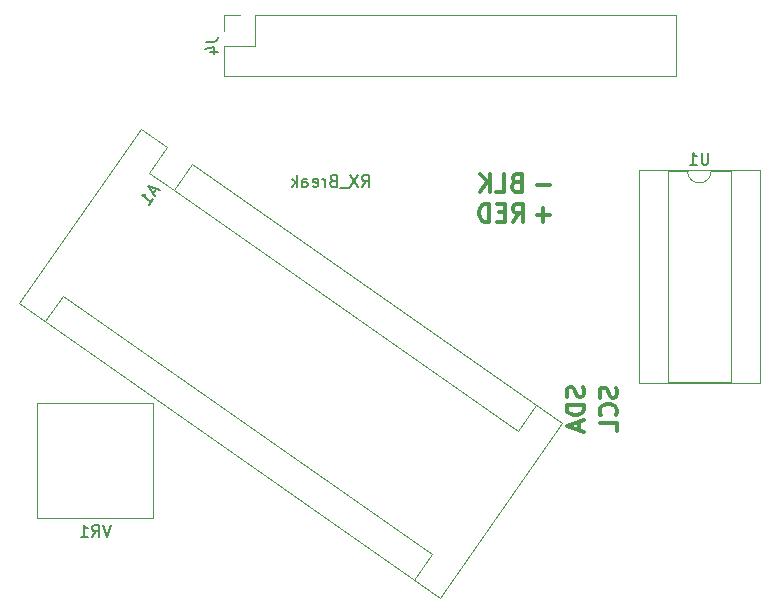
<source format=gbo>
G04 #@! TF.GenerationSoftware,KiCad,Pcbnew,7.0.5-7.0.5~ubuntu20.04.1*
G04 #@! TF.CreationDate,2023-08-30T13:21:51+01:00*
G04 #@! TF.ProjectId,Swarm-B_20230626,53776172-6d2d-4425-9f32-303233303632,rev?*
G04 #@! TF.SameCoordinates,Original*
G04 #@! TF.FileFunction,Legend,Bot*
G04 #@! TF.FilePolarity,Positive*
%FSLAX46Y46*%
G04 Gerber Fmt 4.6, Leading zero omitted, Abs format (unit mm)*
G04 Created by KiCad (PCBNEW 7.0.5-7.0.5~ubuntu20.04.1) date 2023-08-30 13:21:51*
%MOMM*%
%LPD*%
G01*
G04 APERTURE LIST*
%ADD10C,0.300000*%
%ADD11C,0.150000*%
%ADD12C,0.120000*%
G04 APERTURE END LIST*
D10*
X130146900Y-103842572D02*
X130218328Y-104056858D01*
X130218328Y-104056858D02*
X130218328Y-104414000D01*
X130218328Y-104414000D02*
X130146900Y-104556858D01*
X130146900Y-104556858D02*
X130075471Y-104628286D01*
X130075471Y-104628286D02*
X129932614Y-104699715D01*
X129932614Y-104699715D02*
X129789757Y-104699715D01*
X129789757Y-104699715D02*
X129646900Y-104628286D01*
X129646900Y-104628286D02*
X129575471Y-104556858D01*
X129575471Y-104556858D02*
X129504042Y-104414000D01*
X129504042Y-104414000D02*
X129432614Y-104128286D01*
X129432614Y-104128286D02*
X129361185Y-103985429D01*
X129361185Y-103985429D02*
X129289757Y-103914000D01*
X129289757Y-103914000D02*
X129146900Y-103842572D01*
X129146900Y-103842572D02*
X129004042Y-103842572D01*
X129004042Y-103842572D02*
X128861185Y-103914000D01*
X128861185Y-103914000D02*
X128789757Y-103985429D01*
X128789757Y-103985429D02*
X128718328Y-104128286D01*
X128718328Y-104128286D02*
X128718328Y-104485429D01*
X128718328Y-104485429D02*
X128789757Y-104699715D01*
X130218328Y-105342571D02*
X128718328Y-105342571D01*
X128718328Y-105342571D02*
X128718328Y-105699714D01*
X128718328Y-105699714D02*
X128789757Y-105914000D01*
X128789757Y-105914000D02*
X128932614Y-106056857D01*
X128932614Y-106056857D02*
X129075471Y-106128286D01*
X129075471Y-106128286D02*
X129361185Y-106199714D01*
X129361185Y-106199714D02*
X129575471Y-106199714D01*
X129575471Y-106199714D02*
X129861185Y-106128286D01*
X129861185Y-106128286D02*
X130004042Y-106056857D01*
X130004042Y-106056857D02*
X130146900Y-105914000D01*
X130146900Y-105914000D02*
X130218328Y-105699714D01*
X130218328Y-105699714D02*
X130218328Y-105342571D01*
X129789757Y-106771143D02*
X129789757Y-107485429D01*
X130218328Y-106628286D02*
X128718328Y-107128286D01*
X128718328Y-107128286D02*
X130218328Y-107628286D01*
X126174571Y-86720900D02*
X127317429Y-86720900D01*
X126174571Y-89260900D02*
X127317429Y-89260900D01*
X126746000Y-89832328D02*
X126746000Y-88689471D01*
D11*
X111395792Y-86869819D02*
X111729125Y-86393628D01*
X111967220Y-86869819D02*
X111967220Y-85869819D01*
X111967220Y-85869819D02*
X111586268Y-85869819D01*
X111586268Y-85869819D02*
X111491030Y-85917438D01*
X111491030Y-85917438D02*
X111443411Y-85965057D01*
X111443411Y-85965057D02*
X111395792Y-86060295D01*
X111395792Y-86060295D02*
X111395792Y-86203152D01*
X111395792Y-86203152D02*
X111443411Y-86298390D01*
X111443411Y-86298390D02*
X111491030Y-86346009D01*
X111491030Y-86346009D02*
X111586268Y-86393628D01*
X111586268Y-86393628D02*
X111967220Y-86393628D01*
X111062458Y-85869819D02*
X110395792Y-86869819D01*
X110395792Y-85869819D02*
X111062458Y-86869819D01*
X110252935Y-86965057D02*
X109491030Y-86965057D01*
X108919601Y-86346009D02*
X108776744Y-86393628D01*
X108776744Y-86393628D02*
X108729125Y-86441247D01*
X108729125Y-86441247D02*
X108681506Y-86536485D01*
X108681506Y-86536485D02*
X108681506Y-86679342D01*
X108681506Y-86679342D02*
X108729125Y-86774580D01*
X108729125Y-86774580D02*
X108776744Y-86822200D01*
X108776744Y-86822200D02*
X108871982Y-86869819D01*
X108871982Y-86869819D02*
X109252934Y-86869819D01*
X109252934Y-86869819D02*
X109252934Y-85869819D01*
X109252934Y-85869819D02*
X108919601Y-85869819D01*
X108919601Y-85869819D02*
X108824363Y-85917438D01*
X108824363Y-85917438D02*
X108776744Y-85965057D01*
X108776744Y-85965057D02*
X108729125Y-86060295D01*
X108729125Y-86060295D02*
X108729125Y-86155533D01*
X108729125Y-86155533D02*
X108776744Y-86250771D01*
X108776744Y-86250771D02*
X108824363Y-86298390D01*
X108824363Y-86298390D02*
X108919601Y-86346009D01*
X108919601Y-86346009D02*
X109252934Y-86346009D01*
X108252934Y-86869819D02*
X108252934Y-86203152D01*
X108252934Y-86393628D02*
X108205315Y-86298390D01*
X108205315Y-86298390D02*
X108157696Y-86250771D01*
X108157696Y-86250771D02*
X108062458Y-86203152D01*
X108062458Y-86203152D02*
X107967220Y-86203152D01*
X107252934Y-86822200D02*
X107348172Y-86869819D01*
X107348172Y-86869819D02*
X107538648Y-86869819D01*
X107538648Y-86869819D02*
X107633886Y-86822200D01*
X107633886Y-86822200D02*
X107681505Y-86726961D01*
X107681505Y-86726961D02*
X107681505Y-86346009D01*
X107681505Y-86346009D02*
X107633886Y-86250771D01*
X107633886Y-86250771D02*
X107538648Y-86203152D01*
X107538648Y-86203152D02*
X107348172Y-86203152D01*
X107348172Y-86203152D02*
X107252934Y-86250771D01*
X107252934Y-86250771D02*
X107205315Y-86346009D01*
X107205315Y-86346009D02*
X107205315Y-86441247D01*
X107205315Y-86441247D02*
X107681505Y-86536485D01*
X106348172Y-86869819D02*
X106348172Y-86346009D01*
X106348172Y-86346009D02*
X106395791Y-86250771D01*
X106395791Y-86250771D02*
X106491029Y-86203152D01*
X106491029Y-86203152D02*
X106681505Y-86203152D01*
X106681505Y-86203152D02*
X106776743Y-86250771D01*
X106348172Y-86822200D02*
X106443410Y-86869819D01*
X106443410Y-86869819D02*
X106681505Y-86869819D01*
X106681505Y-86869819D02*
X106776743Y-86822200D01*
X106776743Y-86822200D02*
X106824362Y-86726961D01*
X106824362Y-86726961D02*
X106824362Y-86631723D01*
X106824362Y-86631723D02*
X106776743Y-86536485D01*
X106776743Y-86536485D02*
X106681505Y-86488866D01*
X106681505Y-86488866D02*
X106443410Y-86488866D01*
X106443410Y-86488866D02*
X106348172Y-86441247D01*
X105871981Y-86869819D02*
X105871981Y-85869819D01*
X105776743Y-86488866D02*
X105491029Y-86869819D01*
X105491029Y-86203152D02*
X105871981Y-86584104D01*
D10*
X124154285Y-89832328D02*
X124654285Y-89118042D01*
X125011428Y-89832328D02*
X125011428Y-88332328D01*
X125011428Y-88332328D02*
X124439999Y-88332328D01*
X124439999Y-88332328D02*
X124297142Y-88403757D01*
X124297142Y-88403757D02*
X124225713Y-88475185D01*
X124225713Y-88475185D02*
X124154285Y-88618042D01*
X124154285Y-88618042D02*
X124154285Y-88832328D01*
X124154285Y-88832328D02*
X124225713Y-88975185D01*
X124225713Y-88975185D02*
X124297142Y-89046614D01*
X124297142Y-89046614D02*
X124439999Y-89118042D01*
X124439999Y-89118042D02*
X125011428Y-89118042D01*
X123511428Y-89046614D02*
X123011428Y-89046614D01*
X122797142Y-89832328D02*
X123511428Y-89832328D01*
X123511428Y-89832328D02*
X123511428Y-88332328D01*
X123511428Y-88332328D02*
X122797142Y-88332328D01*
X122154285Y-89832328D02*
X122154285Y-88332328D01*
X122154285Y-88332328D02*
X121797142Y-88332328D01*
X121797142Y-88332328D02*
X121582856Y-88403757D01*
X121582856Y-88403757D02*
X121439999Y-88546614D01*
X121439999Y-88546614D02*
X121368570Y-88689471D01*
X121368570Y-88689471D02*
X121297142Y-88975185D01*
X121297142Y-88975185D02*
X121297142Y-89189471D01*
X121297142Y-89189471D02*
X121368570Y-89475185D01*
X121368570Y-89475185D02*
X121439999Y-89618042D01*
X121439999Y-89618042D02*
X121582856Y-89760900D01*
X121582856Y-89760900D02*
X121797142Y-89832328D01*
X121797142Y-89832328D02*
X122154285Y-89832328D01*
X132940900Y-103878286D02*
X133012328Y-104092572D01*
X133012328Y-104092572D02*
X133012328Y-104449714D01*
X133012328Y-104449714D02*
X132940900Y-104592572D01*
X132940900Y-104592572D02*
X132869471Y-104664000D01*
X132869471Y-104664000D02*
X132726614Y-104735429D01*
X132726614Y-104735429D02*
X132583757Y-104735429D01*
X132583757Y-104735429D02*
X132440900Y-104664000D01*
X132440900Y-104664000D02*
X132369471Y-104592572D01*
X132369471Y-104592572D02*
X132298042Y-104449714D01*
X132298042Y-104449714D02*
X132226614Y-104164000D01*
X132226614Y-104164000D02*
X132155185Y-104021143D01*
X132155185Y-104021143D02*
X132083757Y-103949714D01*
X132083757Y-103949714D02*
X131940900Y-103878286D01*
X131940900Y-103878286D02*
X131798042Y-103878286D01*
X131798042Y-103878286D02*
X131655185Y-103949714D01*
X131655185Y-103949714D02*
X131583757Y-104021143D01*
X131583757Y-104021143D02*
X131512328Y-104164000D01*
X131512328Y-104164000D02*
X131512328Y-104521143D01*
X131512328Y-104521143D02*
X131583757Y-104735429D01*
X132869471Y-106235428D02*
X132940900Y-106164000D01*
X132940900Y-106164000D02*
X133012328Y-105949714D01*
X133012328Y-105949714D02*
X133012328Y-105806857D01*
X133012328Y-105806857D02*
X132940900Y-105592571D01*
X132940900Y-105592571D02*
X132798042Y-105449714D01*
X132798042Y-105449714D02*
X132655185Y-105378285D01*
X132655185Y-105378285D02*
X132369471Y-105306857D01*
X132369471Y-105306857D02*
X132155185Y-105306857D01*
X132155185Y-105306857D02*
X131869471Y-105378285D01*
X131869471Y-105378285D02*
X131726614Y-105449714D01*
X131726614Y-105449714D02*
X131583757Y-105592571D01*
X131583757Y-105592571D02*
X131512328Y-105806857D01*
X131512328Y-105806857D02*
X131512328Y-105949714D01*
X131512328Y-105949714D02*
X131583757Y-106164000D01*
X131583757Y-106164000D02*
X131655185Y-106235428D01*
X133012328Y-107592571D02*
X133012328Y-106878285D01*
X133012328Y-106878285D02*
X131512328Y-106878285D01*
X124440000Y-86506614D02*
X124225714Y-86578042D01*
X124225714Y-86578042D02*
X124154285Y-86649471D01*
X124154285Y-86649471D02*
X124082857Y-86792328D01*
X124082857Y-86792328D02*
X124082857Y-87006614D01*
X124082857Y-87006614D02*
X124154285Y-87149471D01*
X124154285Y-87149471D02*
X124225714Y-87220900D01*
X124225714Y-87220900D02*
X124368571Y-87292328D01*
X124368571Y-87292328D02*
X124940000Y-87292328D01*
X124940000Y-87292328D02*
X124940000Y-85792328D01*
X124940000Y-85792328D02*
X124440000Y-85792328D01*
X124440000Y-85792328D02*
X124297143Y-85863757D01*
X124297143Y-85863757D02*
X124225714Y-85935185D01*
X124225714Y-85935185D02*
X124154285Y-86078042D01*
X124154285Y-86078042D02*
X124154285Y-86220900D01*
X124154285Y-86220900D02*
X124225714Y-86363757D01*
X124225714Y-86363757D02*
X124297143Y-86435185D01*
X124297143Y-86435185D02*
X124440000Y-86506614D01*
X124440000Y-86506614D02*
X124940000Y-86506614D01*
X122725714Y-87292328D02*
X123440000Y-87292328D01*
X123440000Y-87292328D02*
X123440000Y-85792328D01*
X122225714Y-87292328D02*
X122225714Y-85792328D01*
X121368571Y-87292328D02*
X122011428Y-86435185D01*
X121368571Y-85792328D02*
X122225714Y-86649471D01*
D11*
X93982220Y-87059885D02*
X93709088Y-87449958D01*
X94270889Y-87145750D02*
X93260545Y-86845224D01*
X93260545Y-86845224D02*
X93888505Y-87691851D01*
X93396868Y-88393982D02*
X93724626Y-87925895D01*
X93560747Y-88159938D02*
X92741595Y-87586362D01*
X92741595Y-87586362D02*
X92913243Y-87590287D01*
X92913243Y-87590287D02*
X93045884Y-87566899D01*
X93045884Y-87566899D02*
X93139517Y-87516197D01*
X140715904Y-83992819D02*
X140715904Y-84802342D01*
X140715904Y-84802342D02*
X140668285Y-84897580D01*
X140668285Y-84897580D02*
X140620666Y-84945200D01*
X140620666Y-84945200D02*
X140525428Y-84992819D01*
X140525428Y-84992819D02*
X140334952Y-84992819D01*
X140334952Y-84992819D02*
X140239714Y-84945200D01*
X140239714Y-84945200D02*
X140192095Y-84897580D01*
X140192095Y-84897580D02*
X140144476Y-84802342D01*
X140144476Y-84802342D02*
X140144476Y-83992819D01*
X139144476Y-84992819D02*
X139715904Y-84992819D01*
X139430190Y-84992819D02*
X139430190Y-83992819D01*
X139430190Y-83992819D02*
X139525428Y-84135676D01*
X139525428Y-84135676D02*
X139620666Y-84230914D01*
X139620666Y-84230914D02*
X139715904Y-84278533D01*
X90113523Y-115517819D02*
X89780190Y-116517819D01*
X89780190Y-116517819D02*
X89446857Y-115517819D01*
X88542095Y-116517819D02*
X88875428Y-116041628D01*
X89113523Y-116517819D02*
X89113523Y-115517819D01*
X89113523Y-115517819D02*
X88732571Y-115517819D01*
X88732571Y-115517819D02*
X88637333Y-115565438D01*
X88637333Y-115565438D02*
X88589714Y-115613057D01*
X88589714Y-115613057D02*
X88542095Y-115708295D01*
X88542095Y-115708295D02*
X88542095Y-115851152D01*
X88542095Y-115851152D02*
X88589714Y-115946390D01*
X88589714Y-115946390D02*
X88637333Y-115994009D01*
X88637333Y-115994009D02*
X88732571Y-116041628D01*
X88732571Y-116041628D02*
X89113523Y-116041628D01*
X87589714Y-116517819D02*
X88161142Y-116517819D01*
X87875428Y-116517819D02*
X87875428Y-115517819D01*
X87875428Y-115517819D02*
X87970666Y-115660676D01*
X87970666Y-115660676D02*
X88065904Y-115755914D01*
X88065904Y-115755914D02*
X88161142Y-115803533D01*
X98188819Y-74584666D02*
X98903104Y-74584666D01*
X98903104Y-74584666D02*
X99045961Y-74537047D01*
X99045961Y-74537047D02*
X99141200Y-74441809D01*
X99141200Y-74441809D02*
X99188819Y-74298952D01*
X99188819Y-74298952D02*
X99188819Y-74203714D01*
X98522152Y-75489428D02*
X99188819Y-75489428D01*
X98141200Y-75251333D02*
X98855485Y-75013238D01*
X98855485Y-75013238D02*
X98855485Y-75632285D01*
D12*
X128307710Y-106887853D02*
X117960391Y-121665356D01*
X96991527Y-84960026D02*
X128307710Y-106887853D01*
X92723745Y-81971693D02*
X94910881Y-83503142D01*
X124589125Y-107543540D02*
X126120574Y-105356404D01*
X95460078Y-87147162D02*
X96991527Y-84960026D01*
X95460078Y-87147162D02*
X124589125Y-107543540D01*
X95460078Y-87147162D02*
X93379432Y-85690278D01*
X93379432Y-85690278D02*
X94910881Y-83503142D01*
X117304704Y-117946771D02*
X115773255Y-120133907D01*
X86095011Y-96093509D02*
X117304704Y-117946771D01*
X86095011Y-96093509D02*
X84563562Y-98280645D01*
X117960391Y-121665356D02*
X82376426Y-96749196D01*
X82376426Y-96749196D02*
X92723745Y-81971693D01*
X145094000Y-103498000D02*
X134814000Y-103498000D01*
X145094000Y-85478000D02*
X145094000Y-103498000D01*
X142604000Y-103438000D02*
X137304000Y-103438000D01*
X142604000Y-85538000D02*
X142604000Y-103438000D01*
X140954000Y-85538000D02*
X142604000Y-85538000D01*
X137304000Y-103438000D02*
X137304000Y-85538000D01*
X137304000Y-85538000D02*
X138954000Y-85538000D01*
X134814000Y-103498000D02*
X134814000Y-85478000D01*
X134814000Y-85478000D02*
X145094000Y-85478000D01*
X138954000Y-85538000D02*
G75*
G03*
X140954000Y-85538000I1000000J0D01*
G01*
X83919000Y-105163000D02*
X93689000Y-105163000D01*
X83919000Y-114933000D02*
X83919000Y-105163000D01*
X83919000Y-114933000D02*
X93689000Y-114933000D01*
X93689000Y-114933000D02*
X93689000Y-105163000D01*
X137954000Y-72318000D02*
X137954000Y-77518000D01*
X102334000Y-72318000D02*
X137954000Y-72318000D01*
X102334000Y-72318000D02*
X102334000Y-74918000D01*
X101064000Y-72318000D02*
X99734000Y-72318000D01*
X99734000Y-72318000D02*
X99734000Y-73648000D01*
X102334000Y-74918000D02*
X99734000Y-74918000D01*
X99734000Y-74918000D02*
X99734000Y-77518000D01*
X99734000Y-77518000D02*
X137954000Y-77518000D01*
M02*

</source>
